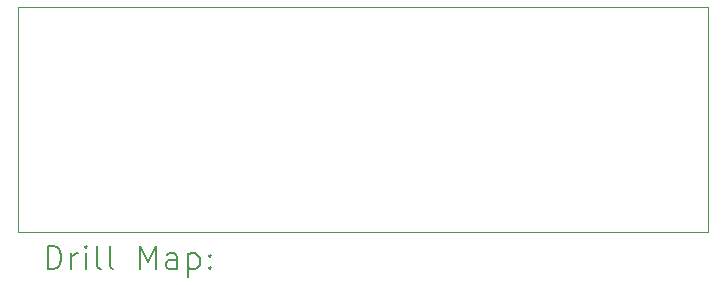
<source format=gbr>
%TF.GenerationSoftware,KiCad,Pcbnew,(6.0.7)*%
%TF.CreationDate,2023-06-30T09:59:47-07:00*%
%TF.ProjectId,PT Board Ground Systems,50542042-6f61-4726-9420-47726f756e64,rev?*%
%TF.SameCoordinates,Original*%
%TF.FileFunction,Drillmap*%
%TF.FilePolarity,Positive*%
%FSLAX45Y45*%
G04 Gerber Fmt 4.5, Leading zero omitted, Abs format (unit mm)*
G04 Created by KiCad (PCBNEW (6.0.7)) date 2023-06-30 09:59:47*
%MOMM*%
%LPD*%
G01*
G04 APERTURE LIST*
%ADD10C,0.100000*%
%ADD11C,0.200000*%
G04 APERTURE END LIST*
D10*
X2540000Y-2540000D02*
X8382000Y-2540000D01*
X8382000Y-2540000D02*
X8382000Y-4445000D01*
X8382000Y-4445000D02*
X2540000Y-4445000D01*
X2540000Y-4445000D02*
X2540000Y-2540000D01*
D11*
X2792619Y-4760476D02*
X2792619Y-4560476D01*
X2840238Y-4560476D01*
X2868809Y-4570000D01*
X2887857Y-4589048D01*
X2897381Y-4608095D01*
X2906905Y-4646190D01*
X2906905Y-4674762D01*
X2897381Y-4712857D01*
X2887857Y-4731905D01*
X2868809Y-4750952D01*
X2840238Y-4760476D01*
X2792619Y-4760476D01*
X2992619Y-4760476D02*
X2992619Y-4627143D01*
X2992619Y-4665238D02*
X3002143Y-4646190D01*
X3011667Y-4636667D01*
X3030714Y-4627143D01*
X3049762Y-4627143D01*
X3116428Y-4760476D02*
X3116428Y-4627143D01*
X3116428Y-4560476D02*
X3106905Y-4570000D01*
X3116428Y-4579524D01*
X3125952Y-4570000D01*
X3116428Y-4560476D01*
X3116428Y-4579524D01*
X3240238Y-4760476D02*
X3221190Y-4750952D01*
X3211667Y-4731905D01*
X3211667Y-4560476D01*
X3345000Y-4760476D02*
X3325952Y-4750952D01*
X3316428Y-4731905D01*
X3316428Y-4560476D01*
X3573571Y-4760476D02*
X3573571Y-4560476D01*
X3640238Y-4703333D01*
X3706905Y-4560476D01*
X3706905Y-4760476D01*
X3887857Y-4760476D02*
X3887857Y-4655714D01*
X3878333Y-4636667D01*
X3859286Y-4627143D01*
X3821190Y-4627143D01*
X3802143Y-4636667D01*
X3887857Y-4750952D02*
X3868809Y-4760476D01*
X3821190Y-4760476D01*
X3802143Y-4750952D01*
X3792619Y-4731905D01*
X3792619Y-4712857D01*
X3802143Y-4693810D01*
X3821190Y-4684286D01*
X3868809Y-4684286D01*
X3887857Y-4674762D01*
X3983095Y-4627143D02*
X3983095Y-4827143D01*
X3983095Y-4636667D02*
X4002143Y-4627143D01*
X4040238Y-4627143D01*
X4059286Y-4636667D01*
X4068809Y-4646190D01*
X4078333Y-4665238D01*
X4078333Y-4722381D01*
X4068809Y-4741429D01*
X4059286Y-4750952D01*
X4040238Y-4760476D01*
X4002143Y-4760476D01*
X3983095Y-4750952D01*
X4164048Y-4741429D02*
X4173571Y-4750952D01*
X4164048Y-4760476D01*
X4154524Y-4750952D01*
X4164048Y-4741429D01*
X4164048Y-4760476D01*
X4164048Y-4636667D02*
X4173571Y-4646190D01*
X4164048Y-4655714D01*
X4154524Y-4646190D01*
X4164048Y-4636667D01*
X4164048Y-4655714D01*
M02*

</source>
